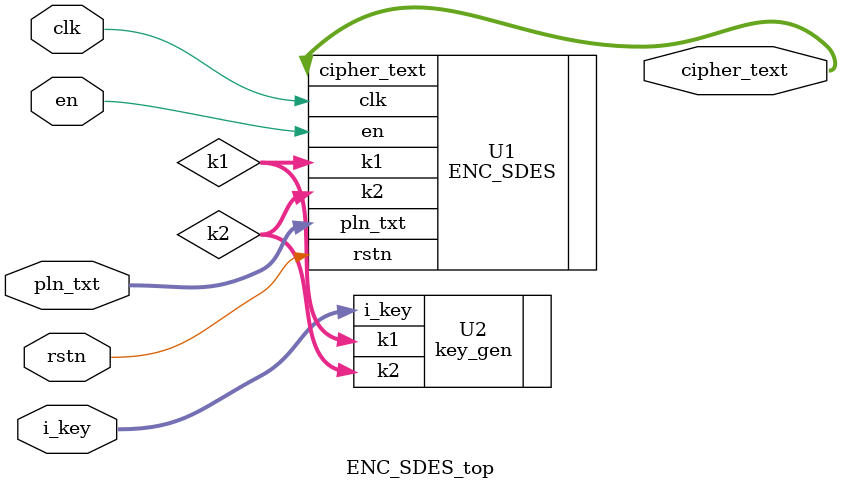
<source format=v>
module ENC_SDES_top(

	input						clk,	
	input						rstn,	
	input						en,	
	input			[7:0]		pln_txt,	
	input			[9:0]		i_key,	
	output			[7:0]		cipher_text	
	);
	
wire [7:0] k1,k2;

ENC_SDES U1 (
.clk(clk),
.rstn(rstn),
.en(en),
.pln_txt(pln_txt),
.k1(k1),
.k2(k2),
.cipher_text(cipher_text)
);

key_gen U2 (
.k1(k1),
.k2(k2),
.i_key(i_key)
);

endmodule 
</source>
